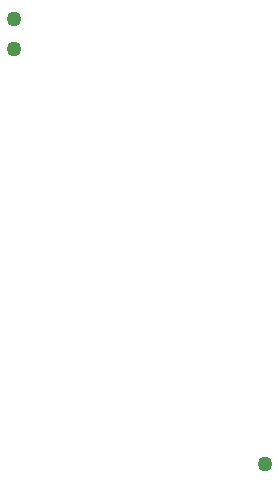
<source format=gbr>
*
G04 Gerber written by LinkCAD 5.8.2 Build 4535*
G04 Layer: 12632256.gbr*
%FSLAX36Y36*%
%MOIN*%
%ADD10C,0.008000*%
%ADD11C,0.002000*%
%ADD12C,0.050000*%
G54D12*
X211000Y662000D03*
Y562000D03*
X1047000Y-821000D03*
M02*

</source>
